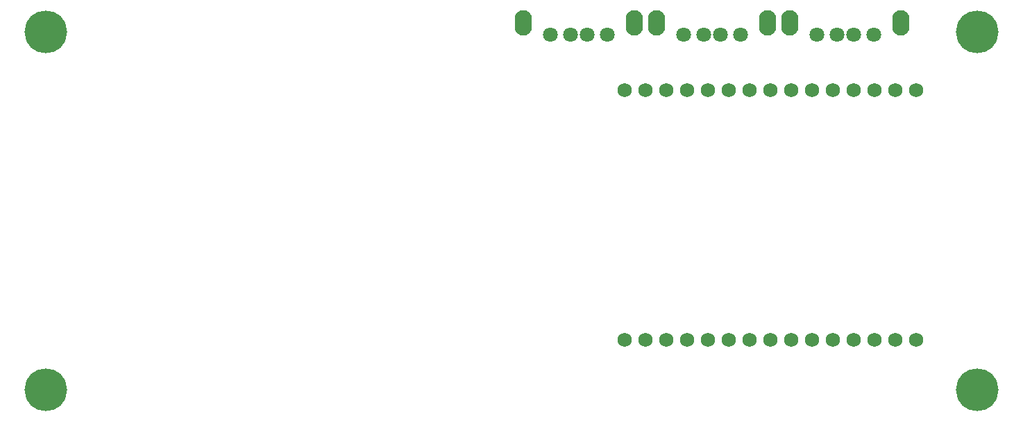
<source format=gts>
G04 Layer: TopSolderMaskLayer*
G04 EasyEDA v6.5.22, 2023-02-03 23:32:18*
G04 deee44f2b4474ee3b8db254c25de0345,4bb84c5f6c124816bf94f4484d05adb3,10*
G04 Gerber Generator version 0.2*
G04 Scale: 100 percent, Rotated: No, Reflected: No *
G04 Dimensions in millimeters *
G04 leading zeros omitted , absolute positions ,4 integer and 5 decimal *
%FSLAX45Y45*%
%MOMM*%

%ADD10O,2.101596X3.1015939999999995*%
%ADD11C,1.8016*%
%ADD12C,5.2032*%
%ADD13C,1.7272*%

%LPD*%
D10*
G01*
X6843395Y8594191D03*
G01*
X8193404Y8594191D03*
D11*
G01*
X7870901Y8449183D03*
G01*
X7620888Y8449183D03*
G01*
X7420889Y8449183D03*
G01*
X7170877Y8449183D03*
D10*
G01*
X10094595Y8594191D03*
G01*
X11444604Y8594191D03*
D11*
G01*
X11122101Y8449183D03*
G01*
X10872088Y8449183D03*
G01*
X10672089Y8449183D03*
G01*
X10422077Y8449183D03*
D10*
G01*
X8468995Y8594191D03*
G01*
X9819004Y8594191D03*
D11*
G01*
X9496501Y8449183D03*
G01*
X9246488Y8449183D03*
G01*
X9046489Y8449183D03*
G01*
X8796477Y8449183D03*
D12*
G01*
X1016000Y8483600D03*
G01*
X12382500Y8483600D03*
G01*
X12382500Y4114800D03*
G01*
X1016000Y4114800D03*
D13*
G01*
X11633200Y4724400D03*
G01*
X11633200Y7772400D03*
G01*
X11379200Y7772400D03*
G01*
X11125200Y7772400D03*
G01*
X10871200Y7772400D03*
G01*
X10363200Y7772400D03*
G01*
X10109200Y7772400D03*
G01*
X9855200Y7772400D03*
G01*
X9601200Y7772400D03*
G01*
X9347200Y7772400D03*
G01*
X9093200Y7772400D03*
G01*
X8839200Y7772400D03*
G01*
X11379200Y4724400D03*
G01*
X11125200Y4724400D03*
G01*
X10871200Y4724400D03*
G01*
X10617200Y4724400D03*
G01*
X10363200Y4724400D03*
G01*
X10109200Y4724400D03*
G01*
X9855200Y4724400D03*
G01*
X9601200Y4724400D03*
G01*
X9347200Y4724400D03*
G01*
X9093200Y4724400D03*
G01*
X8839200Y4724400D03*
G01*
X8585200Y7772400D03*
G01*
X8331200Y7772400D03*
G01*
X8585200Y4724400D03*
G01*
X8331200Y4724400D03*
G01*
X8077200Y7772400D03*
G01*
X8077200Y4724400D03*
G01*
X10617200Y7772400D03*
M02*

</source>
